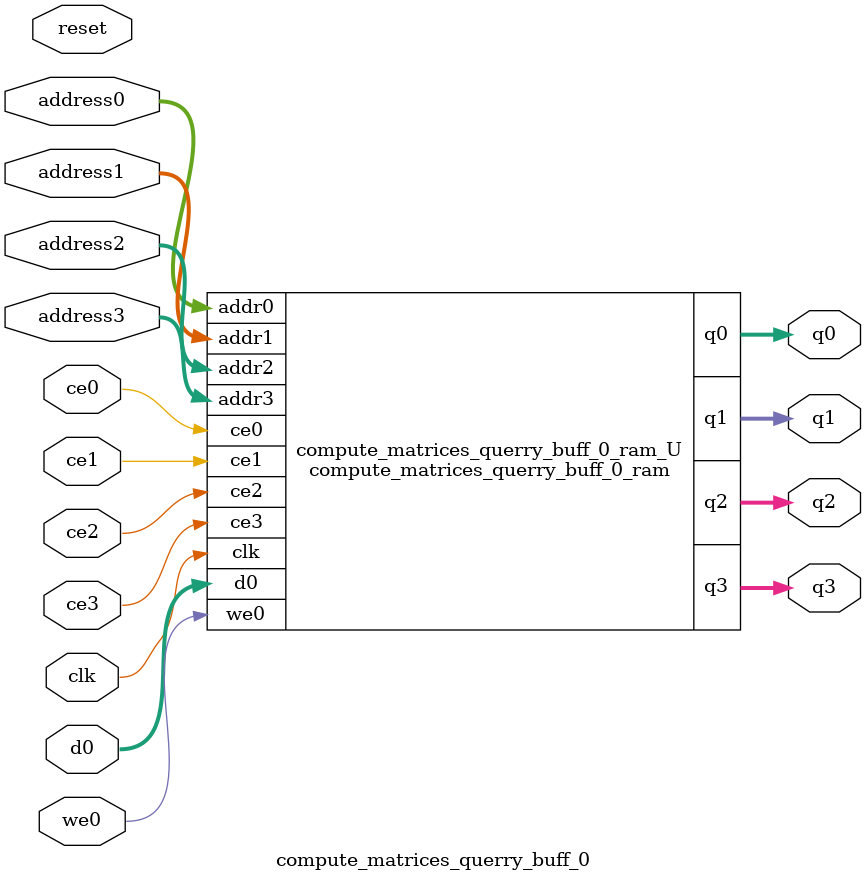
<source format=v>
`timescale 1 ns / 1 ps
module compute_matrices_querry_buff_0_ram (addr0, ce0, d0, we0, q0, addr1, ce1, q1, addr2, ce2, q2, addr3, ce3, q3,  clk);

parameter DWIDTH = 8;
parameter AWIDTH = 2;
parameter MEM_SIZE = 4;

input[AWIDTH-1:0] addr0;
input ce0;
input[DWIDTH-1:0] d0;
input we0;
output reg[DWIDTH-1:0] q0;
input[AWIDTH-1:0] addr1;
input ce1;
output reg[DWIDTH-1:0] q1;
input[AWIDTH-1:0] addr2;
input ce2;
output reg[DWIDTH-1:0] q2;
input[AWIDTH-1:0] addr3;
input ce3;
output reg[DWIDTH-1:0] q3;
input clk;

reg [DWIDTH-1:0] ram0[0:MEM_SIZE-1];
reg [DWIDTH-1:0] ram1[0:MEM_SIZE-1];
reg [DWIDTH-1:0] ram2[0:MEM_SIZE-1];



always @(posedge clk)  
begin 
    if (ce0) begin
        if (we0) 
            ram0[addr0] <= d0; 
        q0 <= ram0[addr0];
    end
end


always @(posedge clk)  
begin 
    if (ce1) begin
        q1 <= ram0[addr1];
    end
end


always @(posedge clk)  
begin 
    if (ce0) begin
        if (we0) 
            ram1[addr0] <= d0; 
    end
end

always @(posedge clk)  
begin 
    if (ce2) begin
        q2 <= ram1[addr2];
    end
end


always @(posedge clk)  
begin 
    if (ce0) begin
        if (we0) 
            ram2[addr0] <= d0; 
    end
end

always @(posedge clk)  
begin 
    if (ce3) begin
        q3 <= ram2[addr3];
    end
end


endmodule

`timescale 1 ns / 1 ps
module compute_matrices_querry_buff_0(
    reset,
    clk,
    address0,
    ce0,
    we0,
    d0,
    q0,
    address1,
    ce1,
    q1,
    address2,
    ce2,
    q2,
    address3,
    ce3,
    q3);

parameter DataWidth = 32'd8;
parameter AddressRange = 32'd4;
parameter AddressWidth = 32'd2;
input reset;
input clk;
input[AddressWidth - 1:0] address0;
input ce0;
input we0;
input[DataWidth - 1:0] d0;
output[DataWidth - 1:0] q0;
input[AddressWidth - 1:0] address1;
input ce1;
output[DataWidth - 1:0] q1;
input[AddressWidth - 1:0] address2;
input ce2;
output[DataWidth - 1:0] q2;
input[AddressWidth - 1:0] address3;
input ce3;
output[DataWidth - 1:0] q3;



compute_matrices_querry_buff_0_ram compute_matrices_querry_buff_0_ram_U(
    .clk( clk ),
    .addr0( address0 ),
    .ce0( ce0 ),
    .we0( we0 ),
    .d0( d0 ),
    .q0( q0 ),
    .addr1( address1 ),
    .ce1( ce1 ),
    .q1( q1 ),
    .addr2( address2 ),
    .ce2( ce2 ),
    .q2( q2 ),
    .addr3( address3 ),
    .ce3( ce3 ),
    .q3( q3 ));

endmodule


</source>
